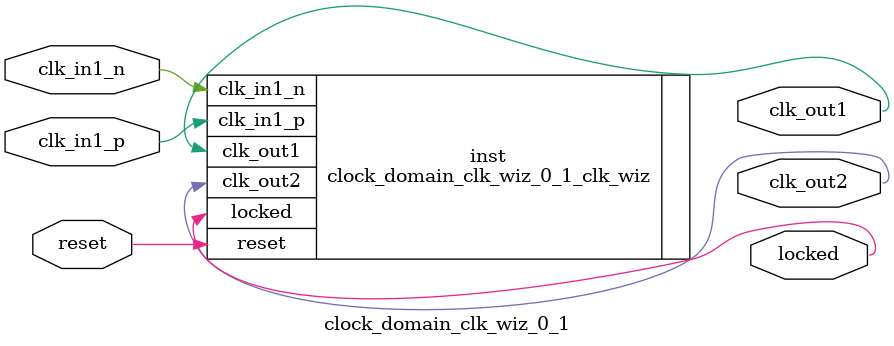
<source format=v>


`timescale 1ps/1ps

(* CORE_GENERATION_INFO = "clock_domain_clk_wiz_0_1,clk_wiz_v6_0_4_0_0,{component_name=clock_domain_clk_wiz_0_1,use_phase_alignment=true,use_min_o_jitter=false,use_max_i_jitter=false,use_dyn_phase_shift=false,use_inclk_switchover=false,use_dyn_reconfig=false,enable_axi=0,feedback_source=FDBK_AUTO,PRIMITIVE=PLL,num_out_clk=2,clkin1_period=5.000,clkin2_period=10.0,use_power_down=false,use_reset=true,use_locked=true,use_inclk_stopped=false,feedback_type=SINGLE,CLOCK_MGR_TYPE=NA,manual_override=false}" *)

module clock_domain_clk_wiz_0_1 
 (
  // Clock out ports
  output        clk_out1,
  output        clk_out2,
  // Status and control signals
  input         reset,
  output        locked,
 // Clock in ports
  input         clk_in1_p,
  input         clk_in1_n
 );

  clock_domain_clk_wiz_0_1_clk_wiz inst
  (
  // Clock out ports  
  .clk_out1(clk_out1),
  .clk_out2(clk_out2),
  // Status and control signals               
  .reset(reset), 
  .locked(locked),
 // Clock in ports
  .clk_in1_p(clk_in1_p),
  .clk_in1_n(clk_in1_n)
  );

endmodule

</source>
